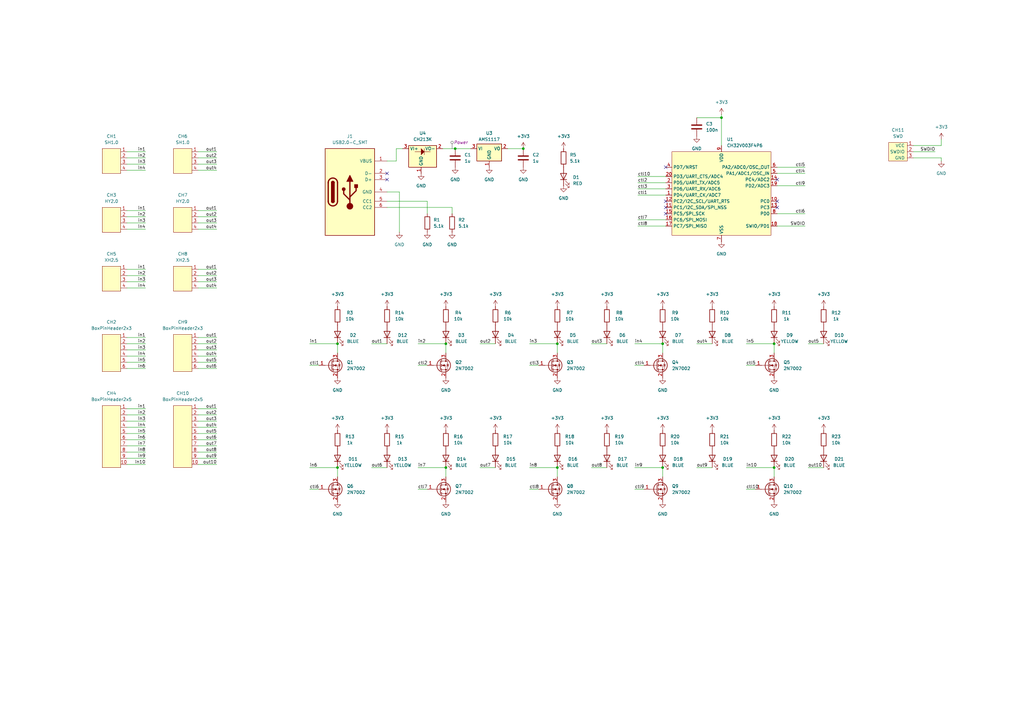
<source format=kicad_sch>
(kicad_sch (version 20231120) (generator "eeschema") (generator_version "8.0")
  (paper "A3")
  (lib_symbols
    (symbol "74th_Interface:Pin_10"
      (property "Reference" "CH" (at 0 2.54 0))
      (property "Value" "Pin_10" (at 0 5.08 0))
      (symbol "Pin_10_1_1"
        (pin bidirectional line (at 6.35 0 180) (length 2.54) (name "") (number "1"))
        (pin bidirectional line (at 6.35 -22.86 180) (length 2.54) (name "") (number "10"))
        (pin bidirectional line (at 6.35 -2.54 180) (length 2.54) (name "") (number "2"))
        (pin bidirectional line (at 6.35 -5.08 180) (length 2.54) (name "") (number "3"))
        (pin bidirectional line (at 6.35 -7.62 180) (length 2.54) (name "") (number "4"))
        (pin bidirectional line (at 6.35 -10.16 180) (length 2.54) (name "") (number "5"))
        (pin bidirectional line (at 6.35 -12.7 180) (length 2.54) (name "") (number "6"))
        (pin bidirectional line (at 6.35 -15.24 180) (length 2.54) (name "") (number "7"))
        (pin bidirectional line (at 6.35 -17.78 180) (length 2.54) (name "") (number "8"))
        (pin bidirectional line (at 6.35 -20.32 180) (length 2.54) (name "") (number "9"))
      )
    )
    (symbol "74th_Interface:Pin_4"
      (property "Reference" "CH" (at 0 2.54 0))
      (property "Value" "Pin_4" (at 0 5.08 0))
      (symbol "Pin_4_1_1"
        (pin bidirectional line (at 6.35 0 180) (length 2.54) (name "") (number "1"))
        (pin bidirectional line (at 6.35 -2.54 180) (length 2.54) (name "") (number "2"))
        (pin bidirectional line (at 6.35 -5.08 180) (length 2.54) (name "") (number "3"))
        (pin bidirectional line (at 6.35 -7.62 180) (length 2.54) (name "") (number "4"))
      )
    )
    (symbol "74th_Interface:Pin_6"
      (property "Reference" "CH" (at 0 2.54 0))
      (property "Value" "Pin_6" (at 0 5.08 0))
      (symbol "Pin_6_1_1"
        (pin bidirectional line (at 6.35 0 180) (length 2.54) (name "") (number "1"))
        (pin bidirectional line (at 6.35 -2.54 180) (length 2.54) (name "") (number "2"))
        (pin bidirectional line (at 6.35 -5.08 180) (length 2.54) (name "") (number "3"))
        (pin bidirectional line (at 6.35 -7.62 180) (length 2.54) (name "") (number "4"))
        (pin bidirectional line (at 6.35 -10.16 180) (length 2.54) (name "") (number "5"))
        (pin bidirectional line (at 6.35 -12.7 180) (length 2.54) (name "") (number "6"))
      )
    )
    (symbol "74th_Interface:SWD_WCH-1Wire_WITH-VCC" (pin_names (offset 1.016))
      (property "Reference" "CH" (at -3.81 5.08 0))
      (property "Value" "SWD" (at 3.81 5.08 0))
      (symbol "SWD_WCH-1Wire_WITH-VCC_1_1"
        (pin power_out line (at 6.35 2.54 180) (length 2.54) (name "VCC") (number "1"))
        (pin bidirectional line (at 6.35 0 180) (length 2.54) (name "SWDIO") (number "2"))
        (pin power_out line (at 6.35 -2.54 180) (length 2.54) (name "GND") (number "3"))
      )
    )
    (symbol "74th_Interface:USB_TypeC-2.0_Receptacle_Simple" (pin_names (offset 1.016))
      (property "Reference" "J" (at -10.16 19.05 0))
      (property "Value" "USB2.0-C_SMT" (at 15.24 19.05 0))
      (symbol "USB_TypeC-2.0_Receptacle_Simple_1_1"
        (pin power_out line (at 15.24 12.7 180) (length 5.08) (name "VBUS") (number "1"))
        (pin bidirectional line (at 15.24 7.62 180) (length 5.08) (name "D-") (number "2"))
        (pin bidirectional line (at 15.24 5.08 180) (length 5.08) (name "D+") (number "3"))
        (pin power_out line (at 15.24 0 180) (length 5.08) (name "GND") (number "4"))
        (pin input line (at 15.24 -3.81 180) (length 5.08) (name "CC1") (number "5"))
        (pin input line (at 15.24 -6.35 180) (length 5.08) (name "CC2") (number "6"))
      )
    )
    (symbol "74th_MCU:CH32V003F4P6"
      (property "Reference" "U" (at -11.43 25.4 0))
      (property "Value" "CH32V003F4P6" (at 12.7 25.4 0))
      (symbol "CH32V003F4P6_1_1"
        (pin bidirectional line (at -22.86 6.35 0) (length 2.54) (name "PD4/UART_CK/ADC7") (number "1"))
        (pin bidirectional line (at 22.86 3.81 180) (length 2.54) (name "PC0") (number "10"))
        (pin bidirectional line (at -22.86 1.27 0) (length 2.54) (name "PC1/I2C_SDA/SPI_NSS") (number "11"))
        (pin bidirectional line (at -22.86 3.81 0) (length 2.54) (name "PC2/I2C_SCL/UART_RTS") (number "12"))
        (pin bidirectional line (at 22.86 1.27 180) (length 2.54) (name "PC3") (number "13"))
        (pin bidirectional line (at 22.86 12.7 180) (length 2.54) (name "PC4/ADC2") (number "14"))
        (pin bidirectional line (at -22.86 -1.27 0) (length 2.54) (name "PC5/SPI_SCK") (number "15"))
        (pin bidirectional line (at -22.86 -3.81 0) (length 2.54) (name "PC6/SPI_MOSI") (number "16"))
        (pin bidirectional line (at -22.86 -6.35 0) (length 2.54) (name "PC7/SPI_MISO") (number "17"))
        (pin bidirectional line (at 22.86 -6.35 180) (length 2.54) (name "SWIO/PD1") (number "18"))
        (pin bidirectional line (at 22.86 10.16 180) (length 2.54) (name "PD2/ADC3") (number "19"))
        (pin bidirectional line (at -22.86 11.43 0) (length 2.54) (name "PD5/UART_TX/ADC5") (number "2"))
        (pin bidirectional line (at -22.86 13.97 0) (length 2.54) (name "PD3/UART_CTS/ADC4") (number "20"))
        (pin bidirectional line (at -22.86 8.89 0) (length 2.54) (name "PD6/UART_RX/ADC6") (number "3"))
        (pin bidirectional line (at -22.86 17.78 0) (length 2.54) (name "PD7/NRST") (number "4"))
        (pin bidirectional line (at 22.86 15.24 180) (length 2.54) (name "PA1/ADC1/OSC_IN") (number "5"))
        (pin bidirectional line (at 22.86 17.78 180) (length 2.54) (name "PA2/ADC0/OSC_OUT") (number "6"))
        (pin power_in line (at 0 -12.7 90) (length 2.54) (name "VSS") (number "7"))
        (pin bidirectional line (at 22.86 -1.27 180) (length 2.54) (name "PD0") (number "8"))
        (pin power_in line (at 0 26.67 270) (length 2.54) (name "VDD") (number "9"))
      )
    )
    (symbol "74th_Passive:AMS1117-3.3_Regulator_SOT223"
      (property "Reference" "U" (at -3.81 3.175 0))
      (property "Value" "AMS1117" (at 0 3.175 0))
      (symbol "AMS1117-3.3_Regulator_SOT223_1_1"
        (pin power_in line (at 0 -7.62 90) (length 2.54) (name "GND") (number "1"))
        (pin power_out line (at 7.62 0 180) (length 2.54) (name "VO") (number "2"))
        (pin power_in line (at -7.62 0 0) (length 2.54) (name "VI") (number "3"))
      )
    )
    (symbol "74th_Passive:CH213K_Ideal-Diode-for-USB-Power"
      (property "Reference" "U" (at -3.81 6.35 0))
      (property "Value" "CH213K" (at 2.54 6.35 0))
      (symbol "CH213K_Ideal-Diode-for-USB-Power_1_1"
        (pin power_in line (at 0 -6.35 90) (length 2.54) (name "GND") (number "1"))
        (pin power_out line (at 8.89 3.81 180) (length 2.54) (name "VO-") (number "2"))
        (pin power_in line (at -7.62 3.81 0) (length 2.54) (name "VI+") (number "3"))
      )
    )
    (symbol "Device:C" (pin_numbers hide) (pin_names (offset 0.254))
      (property "Reference" "C" (at 0.635 2.54 0))
      (property "Value" "C" (at 0.635 -2.54 0))
      (symbol "C_1_1"
        (pin passive line (at 0 3.81 270) (length 2.794) (name "~") (number "1"))
        (pin passive line (at 0 -3.81 90) (length 2.794) (name "~") (number "2"))
      )
    )
    (symbol "Device:LED" (pin_numbers hide) (pin_names (offset 1.016) hide)
      (property "Reference" "D" (at 0 2.54 0))
      (property "Value" "LED" (at 0 -2.54 0))
      (symbol "LED_1_1"
        (pin passive line (at -3.81 0 0) (length 2.54) (name "K") (number "1"))
        (pin passive line (at 3.81 0 180) (length 2.54) (name "A") (number "2"))
      )
    )
    (symbol "Device:R" (pin_numbers hide) (pin_names (offset 0))
      (property "Reference" "R" (at 2.032 0 90))
      (property "Value" "R" (at 0 0 90))
      (symbol "R_1_1"
        (pin passive line (at 0 3.81 270) (length 1.27) (name "~") (number "1"))
        (pin passive line (at 0 -3.81 90) (length 1.27) (name "~") (number "2"))
      )
    )
    (symbol "Transistor_FET:2N7002" (pin_names hide)
      (property "Reference" "Q" (at 5.08 1.905 0))
      (property "Value" "2N7002" (at 5.08 0 0))
      (symbol "2N7002_1_1"
        (pin input line (at -5.08 0 0) (length 2.54) (name "G") (number "1"))
        (pin passive line (at 2.54 -5.08 90) (length 2.54) (name "S") (number "2"))
        (pin passive line (at 2.54 5.08 270) (length 2.54) (name "D") (number "3"))
      )
    )
    (symbol "power:+3V3" (power) (pin_numbers hide) (pin_names (offset 0) hide)
      (property "Value" "+3V3" (at 0 3.556 0))
      (symbol "+3V3_1_1"
        (pin power_in line (at 0 0 90) (length 0) (name "~") (number "1"))
      )
    )
    (symbol "power:GND" (power) (pin_numbers hide) (pin_names (offset 0) hide)
      (property "Value" "GND" (at 0 -3.81 0))
      (symbol "GND_1_1"
        (pin power_in line (at 0 0 270) (length 0) (name "~") (number "1"))
      )
    )
  )
  (junction (at 317.5 140.97))
  (junction (at 138.43 140.97))
  (junction (at 295.91 48.26))
  (junction (at 214.63 60.96))
  (junction (at 138.43 191.77))
  (junction (at 317.5 191.77))
  (junction (at 182.88 191.77))
  (junction (at 228.6 191.77))
  (junction (at 271.78 140.97))
  (junction (at 182.88 140.97))
  (junction (at 271.78 191.77))
  (junction (at 228.6 140.97))
  (junction (at 186.69 60.96))
  (no_connect (at 273.05 85.09))
  (no_connect (at 318.77 73.66))
  (no_connect (at 273.05 87.63))
  (no_connect (at 158.75 71.12))
  (no_connect (at 273.05 68.58))
  (no_connect (at 158.75 73.66))
  (no_connect (at 273.05 82.55))
  (no_connect (at 318.77 82.55))
  (no_connect (at 318.77 85.09))
  (wire (pts (xy 162.56 60.96) (xy 165.1 60.96)))
  (wire (pts (xy 52.07 115.57) (xy 59.69 115.57)))
  (wire (pts (xy 217.17 191.77) (xy 228.6 191.77)))
  (wire (pts (xy 158.75 78.74) (xy 163.83 78.74)))
  (wire (pts (xy 285.75 191.77) (xy 292.1 191.77)))
  (wire (pts (xy 317.5 191.77) (xy 317.5 195.58)))
  (wire (pts (xy 208.28 60.96) (xy 214.63 60.96)))
  (wire (pts (xy 318.77 68.58) (xy 330.2 68.58)))
  (wire (pts (xy 295.91 48.26) (xy 295.91 59.69)))
  (wire (pts (xy 81.28 93.98) (xy 88.9 93.98)))
  (wire (pts (xy 81.28 91.44) (xy 88.9 91.44)))
  (wire (pts (xy 228.6 191.77) (xy 228.6 195.58)))
  (wire (pts (xy 261.62 77.47) (xy 273.05 77.47)))
  (wire (pts (xy 127 140.97) (xy 138.43 140.97)))
  (wire (pts (xy 217.17 200.66) (xy 220.98 200.66)))
  (wire (pts (xy 261.62 92.71) (xy 273.05 92.71)))
  (wire (pts (xy 306.07 149.86) (xy 309.88 149.86)))
  (wire (pts (xy 318.77 76.2) (xy 330.2 76.2)))
  (wire (pts (xy 318.77 71.12) (xy 330.2 71.12)))
  (wire (pts (xy 81.28 143.51) (xy 88.9 143.51)))
  (wire (pts (xy 52.07 180.34) (xy 59.69 180.34)))
  (wire (pts (xy 52.07 170.18) (xy 59.69 170.18)))
  (wire (pts (xy 52.07 167.64) (xy 59.69 167.64)))
  (wire (pts (xy 81.28 170.18) (xy 88.9 170.18)))
  (wire (pts (xy 81.28 118.11) (xy 88.9 118.11)))
  (wire (pts (xy 81.28 146.05) (xy 88.9 146.05)))
  (wire (pts (xy 52.07 69.85) (xy 59.69 69.85)))
  (wire (pts (xy 81.28 167.64) (xy 88.9 167.64)))
  (wire (pts (xy 285.75 140.97) (xy 292.1 140.97)))
  (wire (pts (xy 171.45 200.66) (xy 175.26 200.66)))
  (wire (pts (xy 271.78 191.77) (xy 271.78 195.58)))
  (wire (pts (xy 158.75 82.55) (xy 175.26 82.55)))
  (wire (pts (xy 52.07 146.05) (xy 59.69 146.05)))
  (wire (pts (xy 52.07 91.44) (xy 59.69 91.44)))
  (wire (pts (xy 81.28 175.26) (xy 88.9 175.26)))
  (wire (pts (xy 52.07 177.8) (xy 59.69 177.8)))
  (wire (pts (xy 127 149.86) (xy 130.81 149.86)))
  (wire (pts (xy 52.07 93.98) (xy 59.69 93.98)))
  (wire (pts (xy 81.28 88.9) (xy 88.9 88.9)))
  (wire (pts (xy 81.28 182.88) (xy 88.9 182.88)))
  (wire (pts (xy 242.57 191.77) (xy 248.92 191.77)))
  (wire (pts (xy 81.28 64.77) (xy 88.9 64.77)))
  (wire (pts (xy 285.75 48.26) (xy 295.91 48.26)))
  (wire (pts (xy 386.08 59.69) (xy 374.65 59.69)))
  (wire (pts (xy 52.07 86.36) (xy 59.69 86.36)))
  (wire (pts (xy 331.47 140.97) (xy 337.82 140.97)))
  (wire (pts (xy 81.28 69.85) (xy 88.9 69.85)))
  (wire (pts (xy 81.28 138.43) (xy 88.9 138.43)))
  (wire (pts (xy 81.28 110.49) (xy 88.9 110.49)))
  (wire (pts (xy 52.07 110.49) (xy 59.69 110.49)))
  (wire (pts (xy 127 200.66) (xy 130.81 200.66)))
  (wire (pts (xy 374.65 62.23) (xy 383.54 62.23)))
  (wire (pts (xy 138.43 191.77) (xy 138.43 195.58)))
  (wire (pts (xy 52.07 175.26) (xy 59.69 175.26)))
  (wire (pts (xy 318.77 87.63) (xy 330.2 87.63)))
  (wire (pts (xy 196.85 191.77) (xy 203.2 191.77)))
  (wire (pts (xy 260.35 140.97) (xy 271.78 140.97)))
  (wire (pts (xy 185.42 85.09) (xy 185.42 87.63)))
  (wire (pts (xy 52.07 172.72) (xy 59.69 172.72)))
  (wire (pts (xy 52.07 62.23) (xy 59.69 62.23)))
  (wire (pts (xy 81.28 187.96) (xy 88.9 187.96)))
  (wire (pts (xy 181.61 60.96) (xy 186.69 60.96)))
  (wire (pts (xy 171.45 140.97) (xy 182.88 140.97)))
  (wire (pts (xy 52.07 140.97) (xy 59.69 140.97)))
  (wire (pts (xy 81.28 62.23) (xy 88.9 62.23)))
  (wire (pts (xy 171.45 191.77) (xy 182.88 191.77)))
  (wire (pts (xy 127 191.77) (xy 138.43 191.77)))
  (wire (pts (xy 261.62 80.01) (xy 273.05 80.01)))
  (wire (pts (xy 162.56 66.04) (xy 158.75 66.04)))
  (wire (pts (xy 306.07 200.66) (xy 309.88 200.66)))
  (wire (pts (xy 81.28 190.5) (xy 88.9 190.5)))
  (wire (pts (xy 52.07 118.11) (xy 59.69 118.11)))
  (wire (pts (xy 242.57 140.97) (xy 248.92 140.97)))
  (wire (pts (xy 52.07 190.5) (xy 59.69 190.5)))
  (wire (pts (xy 271.78 140.97) (xy 271.78 144.78)))
  (wire (pts (xy 374.65 64.77) (xy 386.08 64.77)))
  (wire (pts (xy 306.07 191.77) (xy 317.5 191.77)))
  (wire (pts (xy 81.28 115.57) (xy 88.9 115.57)))
  (wire (pts (xy 81.28 148.59) (xy 88.9 148.59)))
  (wire (pts (xy 52.07 88.9) (xy 59.69 88.9)))
  (wire (pts (xy 158.75 85.09) (xy 185.42 85.09)))
  (wire (pts (xy 52.07 185.42) (xy 59.69 185.42)))
  (wire (pts (xy 217.17 140.97) (xy 228.6 140.97)))
  (wire (pts (xy 81.28 140.97) (xy 88.9 140.97)))
  (wire (pts (xy 261.62 72.39) (xy 273.05 72.39)))
  (wire (pts (xy 152.4 191.77) (xy 158.75 191.77)))
  (wire (pts (xy 196.85 140.97) (xy 203.2 140.97)))
  (wire (pts (xy 261.62 74.93) (xy 273.05 74.93)))
  (wire (pts (xy 81.28 185.42) (xy 88.9 185.42)))
  (wire (pts (xy 386.08 57.15) (xy 386.08 59.69)))
  (wire (pts (xy 81.28 177.8) (xy 88.9 177.8)))
  (wire (pts (xy 52.07 182.88) (xy 59.69 182.88)))
  (wire (pts (xy 52.07 67.31) (xy 59.69 67.31)))
  (wire (pts (xy 331.47 191.77) (xy 337.82 191.77)))
  (wire (pts (xy 81.28 67.31) (xy 88.9 67.31)))
  (wire (pts (xy 81.28 86.36) (xy 88.9 86.36)))
  (wire (pts (xy 186.69 60.96) (xy 193.04 60.96)))
  (wire (pts (xy 52.07 148.59) (xy 59.69 148.59)))
  (wire (pts (xy 182.88 140.97) (xy 182.88 144.78)))
  (wire (pts (xy 81.28 151.13) (xy 88.9 151.13)))
  (wire (pts (xy 318.77 92.71) (xy 330.2 92.71)))
  (wire (pts (xy 152.4 140.97) (xy 158.75 140.97)))
  (wire (pts (xy 260.35 200.66) (xy 264.16 200.66)))
  (wire (pts (xy 182.88 191.77) (xy 182.88 195.58)))
  (wire (pts (xy 306.07 140.97) (xy 317.5 140.97)))
  (wire (pts (xy 386.08 64.77) (xy 386.08 66.04)))
  (wire (pts (xy 52.07 143.51) (xy 59.69 143.51)))
  (wire (pts (xy 295.91 46.99) (xy 295.91 48.26)))
  (wire (pts (xy 228.6 140.97) (xy 228.6 144.78)))
  (wire (pts (xy 52.07 64.77) (xy 59.69 64.77)))
  (wire (pts (xy 52.07 151.13) (xy 59.69 151.13)))
  (wire (pts (xy 52.07 187.96) (xy 59.69 187.96)))
  (wire (pts (xy 81.28 180.34) (xy 88.9 180.34)))
  (wire (pts (xy 52.07 113.03) (xy 59.69 113.03)))
  (wire (pts (xy 81.28 172.72) (xy 88.9 172.72)))
  (wire (pts (xy 317.5 140.97) (xy 317.5 144.78)))
  (wire (pts (xy 162.56 60.96) (xy 162.56 66.04)))
  (wire (pts (xy 260.35 149.86) (xy 264.16 149.86)))
  (wire (pts (xy 175.26 82.55) (xy 175.26 87.63)))
  (wire (pts (xy 171.45 149.86) (xy 175.26 149.86)))
  (wire (pts (xy 52.07 138.43) (xy 59.69 138.43)))
  (wire (pts (xy 217.17 149.86) (xy 220.98 149.86)))
  (wire (pts (xy 163.83 78.74) (xy 163.83 95.25)))
  (wire (pts (xy 138.43 140.97) (xy 138.43 144.78)))
  (wire (pts (xy 261.62 90.17) (xy 273.05 90.17)))
  (wire (pts (xy 260.35 191.77) (xy 271.78 191.77)))
  (wire (pts (xy 81.28 113.03) (xy 88.9 113.03)))
  (label "in2" (at 59.69 64.77 180))
  (label "in8" (at 217.17 191.77 0))
  (label "out4" (at 88.9 146.05 180))
  (label "in4" (at 59.69 93.98 180))
  (label "in8" (at 59.69 185.42 180))
  (label "ctl1" (at 261.62 80.01 0))
  (label "in6" (at 59.69 180.34 180))
  (label "in2" (at 59.69 88.9 180))
  (label "out2" (at 88.9 140.97 180))
  (label "in7" (at 171.45 191.77 0))
  (label "ctl8" (at 261.62 92.71 0))
  (label "in2" (at 59.69 140.97 180))
  (label "out2" (at 88.9 88.9 180))
  (label "ctl3" (at 261.62 77.47 0))
  (label "ctl4" (at 330.2 71.12 180))
  (label "ctl8" (at 217.17 200.66 0))
  (label "in3" (at 59.69 143.51 180))
  (label "out3" (at 88.9 115.57 180))
  (label "out1" (at 152.4 140.97 0))
  (label "out6" (at 152.4 191.77 0))
  (label "ctl5" (at 330.2 68.58 180))
  (label "out3" (at 88.9 143.51 180))
  (label "ctl7" (at 261.62 90.17 0))
  (label "in4" (at 59.69 146.05 180))
  (label "SWDIO" (at 383.54 62.23 180))
  (label "in7" (at 59.69 182.88 180))
  (label "out7" (at 88.9 182.88 180))
  (label "in3" (at 217.17 140.97 0))
  (label "out5" (at 331.47 140.97 0))
  (label "in1" (at 127 140.97 0))
  (label "out6" (at 88.9 180.34 180))
  (label "in3" (at 59.69 91.44 180))
  (label "in4" (at 59.69 69.85 180))
  (label "ctl1" (at 127 149.86 0))
  (label "ctl2" (at 171.45 149.86 0))
  (label "ctl2" (at 261.62 74.93 0))
  (label "in2" (at 171.45 140.97 0))
  (label "out4" (at 285.75 140.97 0))
  (label "out6" (at 88.9 151.13 180))
  (label "in10" (at 306.07 191.77 0))
  (label "in3" (at 59.69 67.31 180))
  (label "SWDIO" (at 330.2 92.71 180))
  (label "ctl5" (at 306.07 149.86 0))
  (label "in2" (at 59.69 113.03 180))
  (label "in5" (at 59.69 177.8 180))
  (label "in1" (at 59.69 110.49 180))
  (label "ctl9" (at 330.2 76.2 180))
  (label "in10" (at 59.69 190.5 180))
  (label "in9" (at 260.35 191.77 0))
  (label "out3" (at 88.9 91.44 180))
  (label "in1" (at 59.69 167.64 180))
  (label "out1" (at 88.9 62.23 180))
  (label "out2" (at 88.9 170.18 180))
  (label "out10" (at 331.47 191.77 0))
  (label "out8" (at 242.57 191.77 0))
  (label "ctl10" (at 306.07 200.66 0))
  (label "out4" (at 88.9 93.98 180))
  (label "out7" (at 196.85 191.77 0))
  (label "ctl3" (at 217.17 149.86 0))
  (label "in4" (at 260.35 140.97 0))
  (label "out1" (at 88.9 110.49 180))
  (label "in1" (at 59.69 138.43 180))
  (label "out8" (at 88.9 185.42 180))
  (label "ctl10" (at 261.62 72.39 0))
  (label "ctl4" (at 260.35 149.86 0))
  (label "out9" (at 88.9 187.96 180))
  (label "out5" (at 88.9 177.8 180))
  (label "out4" (at 88.9 118.11 180))
  (label "out4" (at 88.9 69.85 180))
  (label "out3" (at 88.9 172.72 180))
  (label "ctl6" (at 127 200.66 0))
  (label "in1" (at 59.69 62.23 180))
  (label "out2" (at 196.85 140.97 0))
  (label "in6" (at 59.69 151.13 180))
  (label "out2" (at 88.9 113.03 180))
  (label "ctl7" (at 171.45 200.66 0))
  (label "in9" (at 59.69 187.96 180))
  (label "in1" (at 59.69 86.36 180))
  (label "in3" (at 59.69 172.72 180))
  (label "ctl9" (at 260.35 200.66 0))
  (label "in6" (at 127 191.77 0))
  (label "ctl6" (at 330.2 87.63 180))
  (label "out4" (at 88.9 175.26 180))
  (label "out1" (at 88.9 167.64 180))
  (label "in2" (at 59.69 170.18 180))
  (label "out9" (at 285.75 191.77 0))
  (label "out5" (at 88.9 148.59 180))
  (label "out2" (at 88.9 64.77 180))
  (label "out1" (at 88.9 138.43 180))
  (label "out10" (at 88.9 190.5 180))
  (label "out1" (at 88.9 86.36 180))
  (label "out3" (at 88.9 67.31 180))
  (label "in4" (at 59.69 118.11 180))
  (label "out3" (at 242.57 140.97 0))
  (label "in5" (at 306.07 140.97 0))
  (label "in5" (at 59.69 148.59 180))
  (label "in4" (at 59.69 175.26 180))
  (label "in3" (at 59.69 115.57 180))
  (netclass_flag "" (length 2.54) (shape round) (at 185.42 60.96 0) (property "Netclass" "Power" (at 186.1185 58.42 0) (effects (font (italic yes)) (justify left))))
  (symbol (lib_id "power:+3V3") (at 228.6 125.73 0) (unit 1)
    (property "Reference" "#PWR020" (effects (hide yes)))
    (property "Value" "+3V3" (at 228.6 120.65 0))
    (property "Description" "Power symbol creates a global label with name \"+3V3\"" (effects (hide yes)))
  )
  (symbol (lib_id "74th_Interface:Pin_4") (at 74.93 86.36 0) (unit 1)
    (property "Reference" "CH7" (at 74.93 80.01 0))
    (property "Value" "HY2.0" (at 74.93 82.55 0))
    (property "Footprint" "74th:Connector_HY-2.0_TH-Vertical_4Pin" (effects (hide yes)))
  )
  (symbol (lib_id "Device:R") (at 185.42 91.44 0) (unit 1)
    (property "Reference" "R2" (at 187.96 90.1699 0) (effects (justify left)))
    (property "Value" "5.1k" (at 187.96 92.7099 0) (effects (justify left)))
    (property "Footprint" "74th:Register_0805_2012" (effects (hide yes)))
    (property "Description" "Resistor" (effects (hide yes)))
  )
  (symbol (lib_id "Device:R") (at 182.88 180.34 0) (unit 1)
    (property "Reference" "R16" (at 187.96 179.07 0))
    (property "Value" "10k" (at 187.96 181.61 0))
    (property "Footprint" "74th:Register_0805_2012" (effects (hide yes)))
    (property "Description" "Resistor" (effects (hide yes)))
  )
  (symbol (lib_id "power:+3V3") (at 248.92 125.73 0) (unit 1)
    (property "Reference" "#PWR022" (effects (hide yes)))
    (property "Value" "+3V3" (at 248.92 120.65 0))
    (property "Description" "Power symbol creates a global label with name \"+3V3\"" (effects (hide yes)))
  )
  (symbol (lib_id "74th_Passive:AMS1117-3.3_Regulator_SOT223") (at 200.66 60.96 0) (unit 1)
    (property "Reference" "U3" (at 200.66 54.61 0))
    (property "Value" "AMS1117" (at 200.66 57.15 0))
    (property "Footprint" "74th:Package_SOT-89-3" (effects (hide yes)))
    (property "Description" "1A Low Dropout regulator, positive, adjustable output, SOT-223" (effects (hide yes)))
  )
  (symbol (lib_id "power:GND") (at 317.5 154.94 0) (unit 1)
    (property "Reference" "#PWR027" (effects (hide yes)))
    (property "Value" "GND" (at 317.5 160.02 0))
    (property "Description" "Power symbol creates a global label with name \"GND\" , ground" (effects (hide yes)))
  )
  (symbol (lib_id "power:GND") (at 228.6 205.74 0) (unit 1)
    (property "Reference" "#PWR036" (effects (hide yes)))
    (property "Value" "GND" (at 228.6 210.82 0))
    (property "Description" "Power symbol creates a global label with name \"GND\" , ground" (effects (hide yes)))
  )
  (symbol (lib_id "Transistor_FET:2N7002") (at 180.34 149.86 0) (unit 1)
    (property "Reference" "Q2" (at 186.69 148.5899 0) (effects (justify left)))
    (property "Value" "2N7002" (at 186.69 151.1299 0) (effects (justify left)))
    (property "Footprint" "74th:Package_SOT-23" (effects (hide yes)))
    (property "Datasheet" "https://www.onsemi.com/pub/Collateral/NDS7002A-D.PDF" (effects (hide yes)))
    (property "Description" "0.115A Id, 60V Vds, N-Channel MOSFET, SOT-23" (effects (hide yes)))
  )
  (symbol (lib_id "Device:C") (at 214.63 64.77 0) (unit 1)
    (property "Reference" "C2" (at 218.44 63.4999 0) (effects (justify left)))
    (property "Value" "1u" (at 218.44 66.0399 0) (effects (justify left)))
    (property "Footprint" "74th:Capacitor_0805_2012" (effects (hide yes)))
    (property "Description" "Unpolarized capacitor" (effects (hide yes)))
  )
  (symbol (lib_id "power:+3V3") (at 317.5 176.53 0) (unit 1)
    (property "Reference" "#PWR041" (effects (hide yes)))
    (property "Value" "+3V3" (at 317.5 171.45 0))
    (property "Description" "Power symbol creates a global label with name \"+3V3\"" (effects (hide yes)))
  )
  (symbol (lib_id "Device:R") (at 271.78 180.34 0) (unit 1)
    (property "Reference" "R20" (at 276.86 179.07 0))
    (property "Value" "10k" (at 276.86 181.61 0))
    (property "Footprint" "74th:Register_0805_2012" (effects (hide yes)))
    (property "Description" "Resistor" (effects (hide yes)))
  )
  (symbol (lib_id "power:GND") (at 182.88 205.74 0) (unit 1)
    (property "Reference" "#PWR033" (effects (hide yes)))
    (property "Value" "GND" (at 182.88 210.82 0))
    (property "Description" "Power symbol creates a global label with name \"GND\" , ground" (effects (hide yes)))
  )
  (symbol (lib_id "power:GND") (at 182.88 154.94 0) (unit 1)
    (property "Reference" "#PWR015" (effects (hide yes)))
    (property "Value" "GND" (at 182.88 160.02 0))
    (property "Description" "Power symbol creates a global label with name \"GND\" , ground" (effects (hide yes)))
  )
  (symbol (lib_id "Device:LED") (at 292.1 137.16 90) (unit 1)
    (property "Reference" "D8" (at 298.45 137.4775 90))
    (property "Value" "BLUE" (at 298.45 140.0175 90))
    (property "Footprint" "74th:LED_0805_2012" (effects (hide yes)))
    (property "Description" "Light emitting diode" (effects (hide yes)))
  )
  (symbol (lib_id "Device:R") (at 228.6 180.34 0) (unit 1)
    (property "Reference" "R18" (at 233.68 179.07 0))
    (property "Value" "10k" (at 233.68 181.61 0))
    (property "Footprint" "74th:Register_0805_2012" (effects (hide yes)))
    (property "Description" "Resistor" (effects (hide yes)))
  )
  (symbol (lib_id "Transistor_FET:2N7002") (at 269.24 200.66 0) (unit 1)
    (property "Reference" "Q9" (at 275.59 199.3899 0) (effects (justify left)))
    (property "Value" "2N7002" (at 275.59 201.9299 0) (effects (justify left)))
    (property "Footprint" "74th:Package_SOT-23" (effects (hide yes)))
    (property "Datasheet" "https://www.onsemi.com/pub/Collateral/NDS7002A-D.PDF" (effects (hide yes)))
    (property "Description" "0.115A Id, 60V Vds, N-Channel MOSFET, SOT-23" (effects (hide yes)))
  )
  (symbol (lib_id "Device:R") (at 292.1 129.54 0) (unit 1)
    (property "Reference" "R10" (at 297.18 128.27 0))
    (property "Value" "10k" (at 297.18 130.81 0))
    (property "Footprint" "74th:Register_0805_2012" (effects (hide yes)))
    (property "Description" "Resistor" (effects (hide yes)))
  )
  (symbol (lib_id "74th_Interface:SWD_WCH-1Wire_WITH-VCC") (at 368.3 62.23 0) (unit 1)
    (property "Reference" "CH11" (at 368.3 53.34 0))
    (property "Value" "SWD" (at 368.3 55.88 0))
    (property "Footprint" "74th:PinOut_Pin_3_3GND" (effects (hide yes)))
  )
  (symbol (lib_id "Device:C") (at 285.75 52.07 0) (unit 1)
    (property "Reference" "C3" (at 289.56 50.7999 0) (effects (justify left)))
    (property "Value" "100n" (at 289.56 53.3399 0) (effects (justify left)))
    (property "Footprint" "74th:Capacitor_0805_2012" (effects (hide yes)))
    (property "Description" "Unpolarized capacitor" (effects (hide yes)))
  )
  (symbol (lib_id "Transistor_FET:2N7002") (at 135.89 149.86 0) (unit 1)
    (property "Reference" "Q1" (at 142.24 148.5899 0) (effects (justify left)))
    (property "Value" "2N7002" (at 142.24 151.1299 0) (effects (justify left)))
    (property "Footprint" "74th:Package_SOT-23" (effects (hide yes)))
    (property "Datasheet" "https://www.onsemi.com/pub/Collateral/NDS7002A-D.PDF" (effects (hide yes)))
    (property "Description" "0.115A Id, 60V Vds, N-Channel MOSFET, SOT-23" (effects (hide yes)))
  )
  (symbol (lib_id "power:GND") (at 386.08 66.04 0) (unit 1)
    (property "Reference" "#PWR045" (effects (hide yes)))
    (property "Value" "GND" (at 386.08 71.12 0))
    (property "Description" "Power symbol creates a global label with name \"GND\" , ground" (effects (hide yes)))
  )
  (symbol (lib_id "power:+3V3") (at 138.43 125.73 0) (unit 1)
    (property "Reference" "#PWR010" (effects (hide yes)))
    (property "Value" "+3V3" (at 138.43 120.65 0))
    (property "Description" "Power symbol creates a global label with name \"+3V3\"" (effects (hide yes)))
  )
  (symbol (lib_id "Device:LED") (at 248.92 137.16 90) (unit 1)
    (property "Reference" "D6" (at 255.27 137.4775 90))
    (property "Value" "BLUE" (at 255.27 140.0175 90))
    (property "Footprint" "74th:LED_0805_2012" (effects (hide yes)))
    (property "Description" "Light emitting diode" (effects (hide yes)))
  )
  (symbol (lib_id "Device:LED") (at 182.88 187.96 90) (unit 1)
    (property "Reference" "D14" (at 189.23 188.2775 90))
    (property "Value" "BLUE" (at 189.23 190.8175 90))
    (property "Footprint" "74th:LED_0805_2012" (effects (hide yes)))
    (property "Description" "Light emitting diode" (effects (hide yes)))
  )
  (symbol (lib_id "Device:R") (at 138.43 180.34 0) (unit 1)
    (property "Reference" "R13" (at 143.51 179.07 0))
    (property "Value" "1k" (at 143.51 181.61 0))
    (property "Footprint" "74th:Register_0805_2012" (effects (hide yes)))
    (property "Description" "Resistor" (effects (hide yes)))
  )
  (symbol (lib_id "Device:C") (at 186.69 64.77 0) (unit 1)
    (property "Reference" "C1" (at 190.5 63.4999 0) (effects (justify left)))
    (property "Value" "1u" (at 190.5 66.0399 0) (effects (justify left)))
    (property "Footprint" "74th:Capacitor_0805_2012" (effects (hide yes)))
    (property "Description" "Unpolarized capacitor" (effects (hide yes)))
  )
  (symbol (lib_id "74th_Interface:Pin_10") (at 45.72 167.64 0) (unit 1)
    (property "Reference" "CH4" (at 45.72 161.29 0))
    (property "Value" "BoxPinHeader2x5" (at 45.72 163.83 0))
    (property "Footprint" "74th:Connector_BoxPinHeader_2x05_P1.27mm" (effects (hide yes)))
  )
  (symbol (lib_id "power:GND") (at 295.91 99.06 0) (unit 1)
    (property "Reference" "#PWR09" (effects (hide yes)))
    (property "Value" "GND" (at 295.91 104.14 0))
    (property "Description" "Power symbol creates a global label with name \"GND\" , ground" (effects (hide yes)))
  )
  (symbol (lib_id "74th_Interface:Pin_10") (at 74.93 167.64 0) (unit 1)
    (property "Reference" "CH10" (at 74.93 161.29 0))
    (property "Value" "BoxPinHeader2x5" (at 74.93 163.83 0))
    (property "Footprint" "74th:Connector_BoxPinHeader_2x05_P1.27mm" (effects (hide yes)))
  )
  (symbol (lib_id "power:GND") (at 185.42 95.25 0) (unit 1)
    (property "Reference" "#PWR08" (effects (hide yes)))
    (property "Value" "GND" (at 185.42 100.33 0))
    (property "Description" "Power symbol creates a global label with name \"GND\" , ground" (effects (hide yes)))
  )
  (symbol (lib_id "power:+3V3") (at 271.78 176.53 0) (unit 1)
    (property "Reference" "#PWR038" (effects (hide yes)))
    (property "Value" "+3V3" (at 271.78 171.45 0))
    (property "Description" "Power symbol creates a global label with name \"+3V3\"" (effects (hide yes)))
  )
  (symbol (lib_id "power:+3V3") (at 271.78 125.73 0) (unit 1)
    (property "Reference" "#PWR023" (effects (hide yes)))
    (property "Value" "+3V3" (at 271.78 120.65 0))
    (property "Description" "Power symbol creates a global label with name \"+3V3\"" (effects (hide yes)))
  )
  (symbol (lib_id "power:+3V3") (at 292.1 176.53 0) (unit 1)
    (property "Reference" "#PWR040" (effects (hide yes)))
    (property "Value" "+3V3" (at 292.1 171.45 0))
    (property "Description" "Power symbol creates a global label with name \"+3V3\"" (effects (hide yes)))
  )
  (symbol (lib_id "Device:R") (at 337.82 180.34 0) (unit 1)
    (property "Reference" "R23" (at 342.9 179.07 0))
    (property "Value" "10k" (at 342.9 181.61 0))
    (property "Footprint" "74th:Register_0805_2012" (effects (hide yes)))
    (property "Description" "Resistor" (effects (hide yes)))
  )
  (symbol (lib_id "power:+3V3") (at 182.88 176.53 0) (unit 1)
    (property "Reference" "#PWR032" (effects (hide yes)))
    (property "Value" "+3V3" (at 182.88 171.45 0))
    (property "Description" "Power symbol creates a global label with name \"+3V3\"" (effects (hide yes)))
  )
  (symbol (lib_id "power:+3V3") (at 231.14 60.96 0) (unit 1)
    (property "Reference" "#PWR018" (effects (hide yes)))
    (property "Value" "+3V3" (at 231.14 55.88 0))
    (property "Description" "Power symbol creates a global label with name \"+3V3\"" (effects (hide yes)))
  )
  (symbol (lib_id "Device:R") (at 231.14 64.77 0) (unit 1)
    (property "Reference" "R5" (at 233.68 63.4999 0) (effects (justify left)))
    (property "Value" "5.1k" (at 233.68 66.0399 0) (effects (justify left)))
    (property "Footprint" "74th:Register_0805_2012" (effects (hide yes)))
    (property "Description" "Resistor" (effects (hide yes)))
  )
  (symbol (lib_id "Device:R") (at 158.75 129.54 0) (unit 1)
    (property "Reference" "R14" (at 163.83 128.27 0))
    (property "Value" "10k" (at 163.83 130.81 0))
    (property "Footprint" "74th:Register_0805_2012" (effects (hide yes)))
    (property "Description" "Resistor" (effects (hide yes)))
  )
  (symbol (lib_id "power:GND") (at 175.26 95.25 0) (unit 1)
    (property "Reference" "#PWR07" (effects (hide yes)))
    (property "Value" "GND" (at 175.26 100.33 0))
    (property "Description" "Power symbol creates a global label with name \"GND\" , ground" (effects (hide yes)))
  )
  (symbol (lib_id "power:GND") (at 271.78 205.74 0) (unit 1)
    (property "Reference" "#PWR039" (effects (hide yes)))
    (property "Value" "GND" (at 271.78 210.82 0))
    (property "Description" "Power symbol creates a global label with name \"GND\" , ground" (effects (hide yes)))
  )
  (symbol (lib_id "74th_Interface:Pin_4") (at 45.72 86.36 0) (unit 1)
    (property "Reference" "CH3" (at 45.72 80.01 0))
    (property "Value" "HY2.0" (at 45.72 82.55 0))
    (property "Footprint" "74th:Connector_HY-2.0_TH-Vertical_4Pin" (effects (hide yes)))
  )
  (symbol (lib_id "power:GND") (at 200.66 68.58 0) (unit 1)
    (property "Reference" "#PWR03" (effects (hide yes)))
    (property "Value" "GND" (at 200.66 73.66 0))
    (property "Description" "Power symbol creates a global label with name \"GND\" , ground" (effects (hide yes)))
  )
  (symbol (lib_id "power:GND") (at 228.6 154.94 0) (unit 1)
    (property "Reference" "#PWR021" (effects (hide yes)))
    (property "Value" "GND" (at 228.6 160.02 0))
    (property "Description" "Power symbol creates a global label with name \"GND\" , ground" (effects (hide yes)))
  )
  (symbol (lib_id "power:+3V3") (at 295.91 46.99 0) (unit 1)
    (property "Reference" "#PWR013" (effects (hide yes)))
    (property "Value" "+3V3" (at 295.91 41.91 0))
    (property "Description" "Power symbol creates a global label with name \"+3V3\"" (effects (hide yes)))
  )
  (symbol (lib_id "Device:R") (at 203.2 129.54 0) (unit 1)
    (property "Reference" "R6" (at 208.28 128.27 0))
    (property "Value" "10k" (at 208.28 130.81 0))
    (property "Footprint" "74th:Register_0805_2012" (effects (hide yes)))
    (property "Description" "Resistor" (effects (hide yes)))
  )
  (symbol (lib_id "Device:LED") (at 228.6 187.96 90) (unit 1)
    (property "Reference" "D16" (at 234.95 188.2775 90))
    (property "Value" "BLUE" (at 234.95 190.8175 90))
    (property "Footprint" "74th:LED_0805_2012" (effects (hide yes)))
    (property "Description" "Light emitting diode" (effects (hide yes)))
  )
  (symbol (lib_id "power:GND") (at 138.43 205.74 0) (unit 1)
    (property "Reference" "#PWR030" (effects (hide yes)))
    (property "Value" "GND" (at 138.43 210.82 0))
    (property "Description" "Power symbol creates a global label with name \"GND\" , ground" (effects (hide yes)))
  )
  (symbol (lib_id "74th_Passive:CH213K_Ideal-Diode-for-USB-Power") (at 172.72 64.77 0) (unit 1)
    (property "Reference" "U4" (at 173.355 54.61 0))
    (property "Value" "CH213K" (at 173.355 57.15 0))
    (property "Footprint" "74th:Package_SOT-23" (effects (hide yes)))
  )
  (symbol (lib_id "Transistor_FET:2N7002") (at 180.34 200.66 0) (unit 1)
    (property "Reference" "Q7" (at 186.69 199.3899 0) (effects (justify left)))
    (property "Value" "2N7002" (at 186.69 201.9299 0) (effects (justify left)))
    (property "Footprint" "74th:Package_SOT-23" (effects (hide yes)))
    (property "Datasheet" "https://www.onsemi.com/pub/Collateral/NDS7002A-D.PDF" (effects (hide yes)))
    (property "Description" "0.115A Id, 60V Vds, N-Channel MOSFET, SOT-23" (effects (hide yes)))
  )
  (symbol (lib_id "Device:R") (at 175.26 91.44 0) (unit 1)
    (property "Reference" "R1" (at 177.8 90.1699 0) (effects (justify left)))
    (property "Value" "5.1k" (at 177.8 92.7099 0) (effects (justify left)))
    (property "Footprint" "74th:Register_0805_2012" (effects (hide yes)))
    (property "Description" "Resistor" (effects (hide yes)))
  )
  (symbol (lib_id "Transistor_FET:2N7002") (at 226.06 149.86 0) (unit 1)
    (property "Reference" "Q3" (at 232.41 148.5899 0) (effects (justify left)))
    (property "Value" "2N7002" (at 232.41 151.1299 0) (effects (justify left)))
    (property "Footprint" "74th:Package_SOT-23" (effects (hide yes)))
    (property "Datasheet" "https://www.onsemi.com/pub/Collateral/NDS7002A-D.PDF" (effects (hide yes)))
    (property "Description" "0.115A Id, 60V Vds, N-Channel MOSFET, SOT-23" (effects (hide yes)))
  )
  (symbol (lib_id "power:+3V3") (at 158.75 176.53 0) (unit 1)
    (property "Reference" "#PWR031" (effects (hide yes)))
    (property "Value" "+3V3" (at 158.75 171.45 0))
    (property "Description" "Power symbol creates a global label with name \"+3V3\"" (effects (hide yes)))
  )
  (symbol (lib_id "Device:LED") (at 317.5 187.96 90) (unit 1)
    (property "Reference" "D20" (at 323.85 188.2775 90))
    (property "Value" "BLUE" (at 323.85 190.8175 90))
    (property "Footprint" "74th:LED_0805_2012" (effects (hide yes)))
    (property "Description" "Light emitting diode" (effects (hide yes)))
  )
  (symbol (lib_id "power:+3V3") (at 292.1 125.73 0) (unit 1)
    (property "Reference" "#PWR025" (effects (hide yes)))
    (property "Value" "+3V3" (at 292.1 120.65 0))
    (property "Description" "Power symbol creates a global label with name \"+3V3\"" (effects (hide yes)))
  )
  (symbol (lib_id "Transistor_FET:2N7002") (at 135.89 200.66 0) (unit 1)
    (property "Reference" "Q6" (at 142.24 199.3899 0) (effects (justify left)))
    (property "Value" "2N7002" (at 142.24 201.9299 0) (effects (justify left)))
    (property "Footprint" "74th:Package_SOT-23" (effects (hide yes)))
    (property "Datasheet" "https://www.onsemi.com/pub/Collateral/NDS7002A-D.PDF" (effects (hide yes)))
    (property "Description" "0.115A Id, 60V Vds, N-Channel MOSFET, SOT-23" (effects (hide yes)))
  )
  (symbol (lib_id "power:+3V3") (at 317.5 125.73 0) (unit 1)
    (property "Reference" "#PWR026" (effects (hide yes)))
    (property "Value" "+3V3" (at 317.5 120.65 0))
    (property "Description" "Power symbol creates a global label with name \"+3V3\"" (effects (hide yes)))
  )
  (symbol (lib_id "Device:R") (at 248.92 129.54 0) (unit 1)
    (property "Reference" "R8" (at 254 128.27 0))
    (property "Value" "10k" (at 254 130.81 0))
    (property "Footprint" "74th:Register_0805_2012" (effects (hide yes)))
    (property "Description" "Resistor" (effects (hide yes)))
  )
  (symbol (lib_id "Device:R") (at 158.75 180.34 0) (unit 1)
    (property "Reference" "R15" (at 163.83 179.07 0))
    (property "Value" "1k" (at 163.83 181.61 0))
    (property "Footprint" "74th:Register_0805_2012" (effects (hide yes)))
    (property "Description" "Resistor" (effects (hide yes)))
  )
  (symbol (lib_id "power:GND") (at 285.75 55.88 0) (unit 1)
    (property "Reference" "#PWR016" (effects (hide yes)))
    (property "Value" "GND" (at 285.75 60.96 0))
    (property "Description" "Power symbol creates a global label with name \"GND\" , ground" (effects (hide yes)))
  )
  (symbol (lib_id "Device:R") (at 248.92 180.34 0) (unit 1)
    (property "Reference" "R19" (at 254 179.07 0))
    (property "Value" "10k" (at 254 181.61 0))
    (property "Footprint" "74th:Register_0805_2012" (effects (hide yes)))
    (property "Description" "Resistor" (effects (hide yes)))
  )
  (symbol (lib_id "power:GND") (at 271.78 154.94 0) (unit 1)
    (property "Reference" "#PWR024" (effects (hide yes)))
    (property "Value" "GND" (at 271.78 160.02 0))
    (property "Description" "Power symbol creates a global label with name \"GND\" , ground" (effects (hide yes)))
  )
  (symbol (lib_id "74th_Interface:Pin_4") (at 45.72 62.23 0) (unit 1)
    (property "Reference" "CH1" (at 45.72 55.88 0))
    (property "Value" "SH1.0" (at 45.72 58.42 0))
    (property "Footprint" "74th:Connector_SH-1.0_SMD_4Pin" (effects (hide yes)))
  )
  (symbol (lib_id "Device:R") (at 317.5 180.34 0) (unit 1)
    (property "Reference" "R22" (at 322.58 179.07 0))
    (property "Value" "10k" (at 322.58 181.61 0))
    (property "Footprint" "74th:Register_0805_2012" (effects (hide yes)))
    (property "Description" "Resistor" (effects (hide yes)))
  )
  (symbol (lib_id "74th_MCU:CH32V003F4P6") (at 295.91 86.36 0) (unit 1)
    (property "Reference" "U1" (at 298.1041 57.15 0) (effects (justify left)))
    (property "Value" "CH32V003F4P6" (at 298.1041 59.69 0) (effects (justify left)))
    (property "Footprint" "74th:Package_TSSOP-20_4.4x6.5mm_P0.65mm" (effects (hide yes)))
  )
  (symbol (lib_id "74th_Interface:Pin_4") (at 74.93 62.23 0) (unit 1)
    (property "Reference" "CH6" (at 74.93 55.88 0))
    (property "Value" "SH1.0" (at 74.93 58.42 0))
    (property "Footprint" "74th:Connector_SH-1.0_SMD_4Pin" (effects (hide yes)))
  )
  (symbol (lib_id "Device:LED") (at 271.78 187.96 90) (unit 1)
    (property "Reference" "D18" (at 278.13 188.2775 90))
    (property "Value" "BLUE" (at 278.13 190.8175 90))
    (property "Footprint" "74th:LED_0805_2012" (effects (hide yes)))
    (property "Description" "Light emitting diode" (effects (hide yes)))
  )
  (symbol (lib_id "Device:LED") (at 271.78 137.16 90) (unit 1)
    (property "Reference" "D7" (at 278.13 137.4775 90))
    (property "Value" "BLUE" (at 278.13 140.0175 90))
    (property "Footprint" "74th:LED_0805_2012" (effects (hide yes)))
    (property "Description" "Light emitting diode" (effects (hide yes)))
  )
  (symbol (lib_id "Device:LED") (at 182.88 137.16 90) (unit 1)
    (property "Reference" "D3" (at 189.23 137.4775 90))
    (property "Value" "BLUE" (at 189.23 140.0175 90))
    (property "Footprint" "74th:LED_0805_2012" (effects (hide yes)))
    (property "Description" "Light emitting diode" (effects (hide yes)))
  )
  (symbol (lib_id "Device:LED") (at 231.14 72.39 90) (unit 1)
    (property "Reference" "D1" (at 234.95 72.7074 90) (effects (justify right)))
    (property "Value" "RED" (at 234.95 75.2474 90) (effects (justify right)))
    (property "Footprint" "74th:LED_0805_2012" (effects (hide yes)))
    (property "Description" "Light emitting diode" (effects (hide yes)))
  )
  (symbol (lib_id "power:GND") (at 231.14 76.2 0) (unit 1)
    (property "Reference" "#PWR017" (effects (hide yes)))
    (property "Value" "GND" (at 231.14 81.28 0))
    (property "Description" "Power symbol creates a global label with name \"GND\" , ground" (effects (hide yes)))
  )
  (symbol (lib_id "Device:LED") (at 158.75 187.96 90) (unit 1)
    (property "Reference" "D13" (at 165.1 188.2775 90))
    (property "Value" "YELLOW" (at 165.1 190.8175 90))
    (property "Footprint" "74th:LED_0805_2012" (effects (hide yes)))
    (property "Description" "Light emitting diode" (effects (hide yes)))
  )
  (symbol (lib_id "Transistor_FET:2N7002") (at 226.06 200.66 0) (unit 1)
    (property "Reference" "Q8" (at 232.41 199.3899 0) (effects (justify left)))
    (property "Value" "2N7002" (at 232.41 201.9299 0) (effects (justify left)))
    (property "Footprint" "74th:Package_SOT-23" (effects (hide yes)))
    (property "Datasheet" "https://www.onsemi.com/pub/Collateral/NDS7002A-D.PDF" (effects (hide yes)))
    (property "Description" "0.115A Id, 60V Vds, N-Channel MOSFET, SOT-23" (effects (hide yes)))
  )
  (symbol (lib_id "Device:LED") (at 228.6 137.16 90) (unit 1)
    (property "Reference" "D5" (at 234.95 137.4775 90))
    (property "Value" "BLUE" (at 234.95 140.0175 90))
    (property "Footprint" "74th:LED_0805_2012" (effects (hide yes)))
    (property "Description" "Light emitting diode" (effects (hide yes)))
  )
  (symbol (lib_id "Device:LED") (at 337.82 137.16 90) (unit 1)
    (property "Reference" "D10" (at 344.17 137.4775 90))
    (property "Value" "YELLOW" (at 344.17 140.0175 90))
    (property "Footprint" "74th:LED_0805_2012" (effects (hide yes)))
    (property "Description" "Light emitting diode" (effects (hide yes)))
  )
  (symbol (lib_id "power:GND") (at 172.72 71.12 0) (unit 1)
    (property "Reference" "#PWR05" (effects (hide yes)))
    (property "Value" "GND" (at 172.72 76.2 0))
    (property "Description" "Power symbol creates a global label with name \"GND\" , ground" (effects (hide yes)))
  )
  (symbol (lib_id "Device:LED") (at 138.43 137.16 90) (unit 1)
    (property "Reference" "D2" (at 144.78 137.4775 90))
    (property "Value" "BLUE" (at 144.78 140.0175 90))
    (property "Footprint" "74th:LED_0805_2012" (effects (hide yes)))
    (property "Description" "Light emitting diode" (effects (hide yes)))
  )
  (symbol (lib_id "power:+3V3") (at 248.92 176.53 0) (unit 1)
    (property "Reference" "#PWR037" (effects (hide yes)))
    (property "Value" "+3V3" (at 248.92 171.45 0))
    (property "Description" "Power symbol creates a global label with name \"+3V3\"" (effects (hide yes)))
  )
  (symbol (lib_id "power:+3V3") (at 386.08 57.15 0) (unit 1)
    (property "Reference" "#PWR044" (effects (hide yes)))
    (property "Value" "+3V3" (at 386.08 52.07 0))
    (property "Description" "Power symbol creates a global label with name \"+3V3\"" (effects (hide yes)))
  )
  (symbol (lib_id "Device:LED") (at 317.5 137.16 90) (unit 1)
    (property "Reference" "D9" (at 323.85 137.4775 90))
    (property "Value" "YELLOW" (at 323.85 140.0175 90))
    (property "Footprint" "74th:LED_0805_2012" (effects (hide yes)))
    (property "Description" "Light emitting diode" (effects (hide yes)))
  )
  (symbol (lib_id "power:GND") (at 138.43 154.94 0) (unit 1)
    (property "Reference" "#PWR011" (effects (hide yes)))
    (property "Value" "GND" (at 138.43 160.02 0))
    (property "Description" "Power symbol creates a global label with name \"GND\" , ground" (effects (hide yes)))
  )
  (symbol (lib_id "74th_Interface:Pin_4") (at 45.72 110.49 0) (unit 1)
    (property "Reference" "CH5" (at 45.72 104.14 0))
    (property "Value" "XH2.5" (at 45.72 106.68 0))
    (property "Footprint" "Connector_JST:JST_XH_B4B-XH-AM_1x04_P2.50mm_Vertical" (effects (hide yes)))
  )
  (symbol (lib_id "Device:R") (at 182.88 129.54 0) (unit 1)
    (property "Reference" "R4" (at 187.96 128.27 0))
    (property "Value" "10k" (at 187.96 130.81 0))
    (property "Footprint" "74th:Register_0805_2012" (effects (hide yes)))
    (property "Description" "Resistor" (effects (hide yes)))
  )
  (symbol (lib_id "power:+3V3") (at 337.82 176.53 0) (unit 1)
    (property "Reference" "#PWR043" (effects (hide yes)))
    (property "Value" "+3V3" (at 337.82 171.45 0))
    (property "Description" "Power symbol creates a global label with name \"+3V3\"" (effects (hide yes)))
  )
  (symbol (lib_id "Device:LED") (at 203.2 137.16 90) (unit 1)
    (property "Reference" "D4" (at 209.55 137.4775 90))
    (property "Value" "BLUE" (at 209.55 140.0175 90))
    (property "Footprint" "74th:LED_0805_2012" (effects (hide yes)))
    (property "Description" "Light emitting diode" (effects (hide yes)))
  )
  (symbol (lib_id "74th_Interface:Pin_4") (at 74.93 110.49 0) (unit 1)
    (property "Reference" "CH8" (at 74.93 104.14 0))
    (property "Value" "XH2.5" (at 74.93 106.68 0))
    (property "Footprint" "Connector_JST:JST_XH_B4B-XH-AM_1x04_P2.50mm_Vertical" (effects (hide yes)))
  )
  (symbol (lib_id "Device:LED") (at 203.2 187.96 90) (unit 1)
    (property "Reference" "D15" (at 209.55 188.2775 90))
    (property "Value" "BLUE" (at 209.55 190.8175 90))
    (property "Footprint" "74th:LED_0805_2012" (effects (hide yes)))
    (property "Description" "Light emitting diode" (effects (hide yes)))
  )
  (symbol (lib_id "power:GND") (at 186.69 68.58 0) (unit 1)
    (property "Reference" "#PWR04" (effects (hide yes)))
    (property "Value" "GND" (at 186.69 73.66 0))
    (property "Description" "Power symbol creates a global label with name \"GND\" , ground" (effects (hide yes)))
  )
  (symbol (lib_id "Device:LED") (at 292.1 187.96 90) (unit 1)
    (property "Reference" "D19" (at 298.45 188.2775 90))
    (property "Value" "BLUE" (at 298.45 190.8175 90))
    (property "Footprint" "74th:LED_0805_2012" (effects (hide yes)))
    (property "Description" "Light emitting diode" (effects (hide yes)))
  )
  (symbol (lib_id "power:+3V3") (at 203.2 125.73 0) (unit 1)
    (property "Reference" "#PWR019" (effects (hide yes)))
    (property "Value" "+3V3" (at 203.2 120.65 0))
    (property "Description" "Power symbol creates a global label with name \"+3V3\"" (effects (hide yes)))
  )
  (symbol (lib_id "Device:R") (at 271.78 129.54 0) (unit 1)
    (property "Reference" "R9" (at 276.86 128.27 0))
    (property "Value" "10k" (at 276.86 130.81 0))
    (property "Footprint" "74th:Register_0805_2012" (effects (hide yes)))
    (property "Description" "Resistor" (effects (hide yes)))
  )
  (symbol (lib_id "power:+3V3") (at 203.2 176.53 0) (unit 1)
    (property "Reference" "#PWR034" (effects (hide yes)))
    (property "Value" "+3V3" (at 203.2 171.45 0))
    (property "Description" "Power symbol creates a global label with name \"+3V3\"" (effects (hide yes)))
  )
  (symbol (lib_id "power:GND") (at 214.63 68.58 0) (unit 1)
    (property "Reference" "#PWR02" (effects (hide yes)))
    (property "Value" "GND" (at 214.63 73.66 0))
    (property "Description" "Power symbol creates a global label with name \"GND\" , ground" (effects (hide yes)))
  )
  (symbol (lib_id "power:+3V3") (at 138.43 176.53 0) (unit 1)
    (property "Reference" "#PWR029" (effects (hide yes)))
    (property "Value" "+3V3" (at 138.43 171.45 0))
    (property "Description" "Power symbol creates a global label with name \"+3V3\"" (effects (hide yes)))
  )
  (symbol (lib_id "power:+3V3") (at 158.75 125.73 0) (unit 1)
    (property "Reference" "#PWR012" (effects (hide yes)))
    (property "Value" "+3V3" (at 158.75 120.65 0))
    (property "Description" "Power symbol creates a global label with name \"+3V3\"" (effects (hide yes)))
  )
  (symbol (lib_id "power:GND") (at 163.83 95.25 0) (unit 1)
    (property "Reference" "#PWR06" (effects (hide yes)))
    (property "Value" "GND" (at 163.83 100.33 0))
    (property "Description" "Power symbol creates a global label with name \"GND\" , ground" (effects (hide yes)))
  )
  (symbol (lib_id "power:+3V3") (at 337.82 125.73 0) (unit 1)
    (property "Reference" "#PWR028" (effects (hide yes)))
    (property "Value" "+3V3" (at 337.82 120.65 0))
    (property "Description" "Power symbol creates a global label with name \"+3V3\"" (effects (hide yes)))
  )
  (symbol (lib_id "Device:LED") (at 158.75 137.16 90) (unit 1)
    (property "Reference" "D12" (at 165.1 137.4775 90))
    (property "Value" "BLUE" (at 165.1 140.0175 90))
    (property "Footprint" "74th:LED_0805_2012" (effects (hide yes)))
    (property "Description" "Light emitting diode" (effects (hide yes)))
  )
  (symbol (lib_id "Device:R") (at 203.2 180.34 0) (unit 1)
    (property "Reference" "R17" (at 208.28 179.07 0))
    (property "Value" "10k" (at 208.28 181.61 0))
    (property "Footprint" "74th:Register_0805_2012" (effects (hide yes)))
    (property "Description" "Resistor" (effects (hide yes)))
  )
  (symbol (lib_id "Device:LED") (at 138.43 187.96 90) (unit 1)
    (property "Reference" "D11" (at 144.78 188.2775 90))
    (property "Value" "YELLOW" (at 144.78 190.8175 90))
    (property "Footprint" "74th:LED_0805_2012" (effects (hide yes)))
    (property "Description" "Light emitting diode" (effects (hide yes)))
  )
  (symbol (lib_id "74th_Interface:Pin_6") (at 45.72 138.43 0) (unit 1)
    (property "Reference" "CH2" (at 45.72 132.08 0))
    (property "Value" "BoxPinHeader2x3" (at 45.72 134.62 0))
    (property "Footprint" "74th:Connector_BoxPinHeader_2x03_P1.27mm" (effects (hide yes)))
  )
  (symbol (lib_id "power:+3V3") (at 214.63 60.96 0) (unit 1)
    (property "Reference" "#PWR01" (effects (hide yes)))
    (property "Value" "+3V3" (at 214.63 55.88 0))
    (property "Description" "Power symbol creates a global label with name \"+3V3\"" (effects (hide yes)))
  )
  (symbol (lib_id "power:GND") (at 317.5 205.74 0) (unit 1)
    (property "Reference" "#PWR042" (effects (hide yes)))
    (property "Value" "GND" (at 317.5 210.82 0))
    (property "Description" "Power symbol creates a global label with name \"GND\" , ground" (effects (hide yes)))
  )
  (symbol (lib_id "power:+3V3") (at 228.6 176.53 0) (unit 1)
    (property "Reference" "#PWR035" (effects (hide yes)))
    (property "Value" "+3V3" (at 228.6 171.45 0))
    (property "Description" "Power symbol creates a global label with name \"+3V3\"" (effects (hide yes)))
  )
  (symbol (lib_id "Device:LED") (at 337.82 187.96 90) (unit 1)
    (property "Reference" "D21" (at 344.17 188.2775 90))
    (property "Value" "BLUE" (at 344.17 190.8175 90))
    (property "Footprint" "74th:LED_0805_2012" (effects (hide yes)))
    (property "Description" "Light emitting diode" (effects (hide yes)))
  )
  (symbol (lib_id "power:+3V3") (at 182.88 125.73 0) (unit 1)
    (property "Reference" "#PWR014" (effects (hide yes)))
    (property "Value" "+3V3" (at 182.88 120.65 0))
    (property "Description" "Power symbol creates a global label with name \"+3V3\"" (effects (hide yes)))
  )
  (symbol (lib_id "Transistor_FET:2N7002") (at 314.96 200.66 0) (unit 1)
    (property "Reference" "Q10" (at 321.31 199.3899 0) (effects (justify left)))
    (property "Value" "2N7002" (at 321.31 201.9299 0) (effects (justify left)))
    (property "Footprint" "74th:Package_SOT-23" (effects (hide yes)))
    (property "Datasheet" "https://www.onsemi.com/pub/Collateral/NDS7002A-D.PDF" (effects (hide yes)))
    (property "Description" "0.115A Id, 60V Vds, N-Channel MOSFET, SOT-23" (effects (hide yes)))
  )
  (symbol (lib_id "74th_Interface:Pin_6") (at 74.93 138.43 0) (unit 1)
    (property "Reference" "CH9" (at 74.93 132.08 0))
    (property "Value" "BoxPinHeader2x3" (at 74.93 134.62 0))
    (property "Footprint" "74th:Connector_BoxPinHeader_2x03_P1.27mm" (effects (hide yes)))
  )
  (symbol (lib_id "Device:R") (at 138.43 129.54 0) (unit 1)
    (property "Reference" "R3" (at 143.51 128.27 0))
    (property "Value" "10k" (at 143.51 130.81 0))
    (property "Footprint" "74th:Register_0805_2012" (effects (hide yes)))
    (property "Description" "Resistor" (effects (hide yes)))
  )
  (symbol (lib_id "Device:LED") (at 248.92 187.96 90) (unit 1)
    (property "Reference" "D17" (at 255.27 188.2775 90))
    (property "Value" "BLUE" (at 255.27 190.8175 90))
    (property "Footprint" "74th:LED_0805_2012" (effects (hide yes)))
    (property "Description" "Light emitting diode" (effects (hide yes)))
  )
  (symbol (lib_id "74th_Interface:USB_TypeC-2.0_Receptacle_Simple") (at 143.51 78.74 0) (unit 1)
    (property "Reference" "J1" (at 143.51 55.88 0))
    (property "Value" "USB2.0-C_SMT" (at 143.51 58.42 0))
    (property "Footprint" "74th:Connector_USB-C-Receptacle_SMT_12-Pin_Simple" (effects (hide yes)))
    (property "Datasheet" "https://www.usb.org/sites/default/files/documents/usb_type-c.zip" (effects (hide yes)))
    (property "Description" "USB 2.0-only Type-C Plug connector" (effects (hide yes)))
  )
  (symbol (lib_id "Device:R") (at 292.1 180.34 0) (unit 1)
    (property "Reference" "R21" (at 297.18 179.07 0))
    (property "Value" "10k" (at 297.18 181.61 0))
    (property "Footprint" "74th:Register_0805_2012" (effects (hide yes)))
    (property "Description" "Resistor" (effects (hide yes)))
  )
  (symbol (lib_id "Device:R") (at 337.82 129.54 0) (unit 1)
    (property "Reference" "R12" (at 342.9 128.27 0))
    (property "Value" "1k" (at 342.9 130.81 0))
    (property "Footprint" "74th:Register_0805_2012" (effects (hide yes)))
    (property "Description" "Resistor" (effects (hide yes)))
  )
  (symbol (lib_id "Device:R") (at 228.6 129.54 0) (unit 1)
    (property "Reference" "R7" (at 233.68 128.27 0))
    (property "Value" "10k" (at 233.68 130.81 0))
    (property "Footprint" "74th:Register_0805_2012" (effects (hide yes)))
    (property "Description" "Resistor" (effects (hide yes)))
  )
  (symbol (lib_id "Transistor_FET:2N7002") (at 269.24 149.86 0) (unit 1)
    (property "Reference" "Q4" (at 275.59 148.5899 0) (effects (justify left)))
    (property "Value" "2N7002" (at 275.59 151.1299 0) (effects (justify left)))
    (property "Footprint" "74th:Package_SOT-23" (effects (hide yes)))
    (property "Datasheet" "https://www.onsemi.com/pub/Collateral/NDS7002A-D.PDF" (effects (hide yes)))
    (property "Description" "0.115A Id, 60V Vds, N-Channel MOSFET, SOT-23" (effects (hide yes)))
  )
  (symbol (lib_id "Transistor_FET:2N7002") (at 314.96 149.86 0) (unit 1)
    (property "Reference" "Q5" (at 321.31 148.5899 0) (effects (justify left)))
    (property "Value" "2N7002" (at 321.31 151.1299 0) (effects (justify left)))
    (property "Footprint" "74th:Package_SOT-23" (effects (hide yes)))
    (property "Datasheet" "https://www.onsemi.com/pub/Collateral/NDS7002A-D.PDF" (effects (hide yes)))
    (property "Description" "0.115A Id, 60V Vds, N-Channel MOSFET, SOT-23" (effects (hide yes)))
  )
  (symbol (lib_id "Device:R") (at 317.5 129.54 0) (unit 1)
    (property "Reference" "R11" (at 322.58 128.27 0))
    (property "Value" "1k" (at 322.58 130.81 0))
    (property "Footprint" "74th:Register_0805_2012" (effects (hide yes)))
    (property "Description" "Resistor" (effects (hide yes)))
  )
)
</source>
